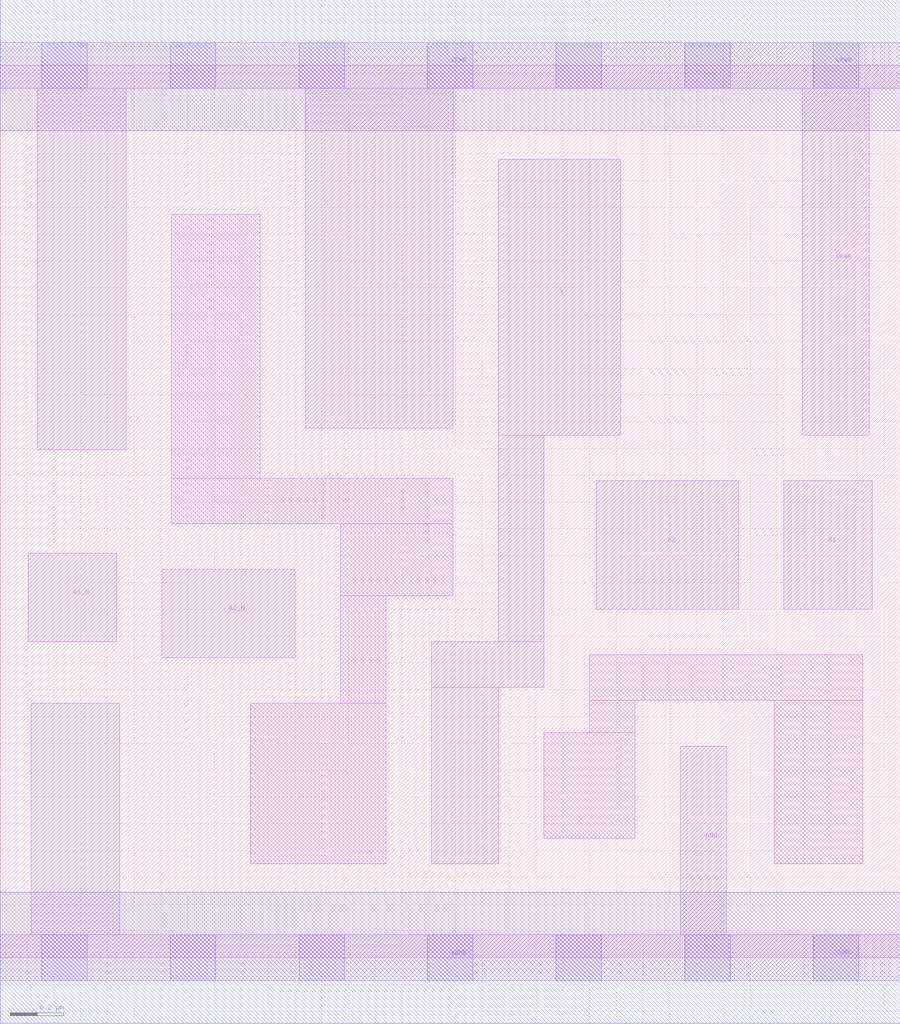
<source format=lef>
# Copyright 2020 The SkyWater PDK Authors
#
# Licensed under the Apache License, Version 2.0 (the "License");
# you may not use this file except in compliance with the License.
# You may obtain a copy of the License at
#
#     https://www.apache.org/licenses/LICENSE-2.0
#
# Unless required by applicable law or agreed to in writing, software
# distributed under the License is distributed on an "AS IS" BASIS,
# WITHOUT WARRANTIES OR CONDITIONS OF ANY KIND, either express or implied.
# See the License for the specific language governing permissions and
# limitations under the License.
#
# SPDX-License-Identifier: Apache-2.0

VERSION 5.7 ;
  NAMESCASESENSITIVE ON ;
  NOWIREEXTENSIONATPIN ON ;
  DIVIDERCHAR "/" ;
  BUSBITCHARS "[]" ;
UNITS
  DATABASE MICRONS 200 ;
END UNITS
MACRO sky130_fd_sc_hs__o2bb2ai_1
  CLASS CORE ;
  SOURCE USER ;
  FOREIGN sky130_fd_sc_hs__o2bb2ai_1 ;
  ORIGIN  0.000000  0.000000 ;
  SIZE  3.360000 BY  3.330000 ;
  SYMMETRY X Y ;
  SITE unit ;
  PIN A1_N
    ANTENNAGATEAREA  0.222000 ;
    DIRECTION INPUT ;
    USE SIGNAL ;
    PORT
      LAYER li1 ;
        RECT 0.105000 1.180000 0.435000 1.510000 ;
    END
  END A1_N
  PIN A2_N
    ANTENNAGATEAREA  0.222000 ;
    DIRECTION INPUT ;
    USE SIGNAL ;
    PORT
      LAYER li1 ;
        RECT 0.605000 1.120000 1.100000 1.450000 ;
    END
  END A2_N
  PIN B1
    ANTENNAGATEAREA  0.279000 ;
    DIRECTION INPUT ;
    USE SIGNAL ;
    PORT
      LAYER li1 ;
        RECT 2.925000 1.300000 3.255000 1.780000 ;
    END
  END B1
  PIN B2
    ANTENNAGATEAREA  0.279000 ;
    DIRECTION INPUT ;
    USE SIGNAL ;
    PORT
      LAYER li1 ;
        RECT 2.225000 1.300000 2.755000 1.780000 ;
    END
  END B2
  PIN Y
    ANTENNADIFFAREA  0.546900 ;
    DIRECTION OUTPUT ;
    USE SIGNAL ;
    PORT
      LAYER li1 ;
        RECT 1.610000 0.350000 1.860000 1.010000 ;
        RECT 1.610000 1.010000 2.030000 1.180000 ;
        RECT 1.860000 1.180000 2.030000 1.950000 ;
        RECT 1.860000 1.950000 2.315000 2.980000 ;
    END
  END Y
  PIN VGND
    DIRECTION INOUT ;
    USE GROUND ;
    PORT
      LAYER li1 ;
        RECT 0.000000 -0.085000 3.360000 0.085000 ;
        RECT 0.115000  0.085000 0.445000 0.950000 ;
        RECT 2.540000  0.085000 2.710000 0.790000 ;
      LAYER mcon ;
        RECT 0.155000 -0.085000 0.325000 0.085000 ;
        RECT 0.635000 -0.085000 0.805000 0.085000 ;
        RECT 1.115000 -0.085000 1.285000 0.085000 ;
        RECT 1.595000 -0.085000 1.765000 0.085000 ;
        RECT 2.075000 -0.085000 2.245000 0.085000 ;
        RECT 2.555000 -0.085000 2.725000 0.085000 ;
        RECT 3.035000 -0.085000 3.205000 0.085000 ;
      LAYER met1 ;
        RECT 0.000000 -0.245000 3.360000 0.245000 ;
    END
  END VGND
  PIN VPWR
    DIRECTION INOUT ;
    USE POWER ;
    PORT
      LAYER li1 ;
        RECT 0.000000 3.245000 3.360000 3.415000 ;
        RECT 0.140000 1.895000 0.470000 3.245000 ;
        RECT 1.140000 1.975000 1.690000 3.245000 ;
        RECT 2.995000 1.950000 3.245000 3.245000 ;
      LAYER mcon ;
        RECT 0.155000 3.245000 0.325000 3.415000 ;
        RECT 0.635000 3.245000 0.805000 3.415000 ;
        RECT 1.115000 3.245000 1.285000 3.415000 ;
        RECT 1.595000 3.245000 1.765000 3.415000 ;
        RECT 2.075000 3.245000 2.245000 3.415000 ;
        RECT 2.555000 3.245000 2.725000 3.415000 ;
        RECT 3.035000 3.245000 3.205000 3.415000 ;
      LAYER met1 ;
        RECT 0.000000 3.085000 3.360000 3.575000 ;
    END
  END VPWR
  OBS
    LAYER li1 ;
      RECT 0.640000 1.620000 1.690000 1.790000 ;
      RECT 0.640000 1.790000 0.970000 2.775000 ;
      RECT 0.935000 0.350000 1.440000 0.950000 ;
      RECT 1.270000 0.950000 1.440000 1.350000 ;
      RECT 1.270000 1.350000 1.690000 1.620000 ;
      RECT 2.030000 0.445000 2.370000 0.840000 ;
      RECT 2.200000 0.840000 2.370000 0.960000 ;
      RECT 2.200000 0.960000 3.220000 1.130000 ;
      RECT 2.890000 0.350000 3.220000 0.960000 ;
  END
END sky130_fd_sc_hs__o2bb2ai_1

</source>
